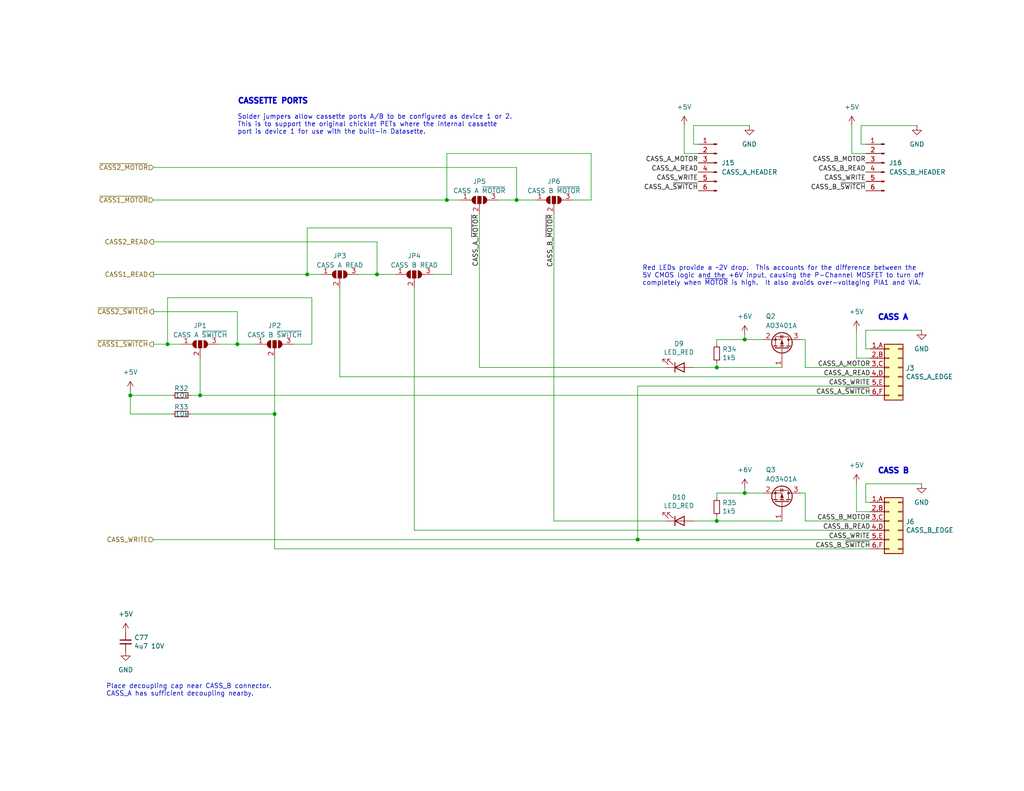
<source format=kicad_sch>
(kicad_sch (version 20231120) (generator "eeschema") (generator_version "8.0")
  (paper "A")
  (title_block (title "EconoPET 40/8096") (date "2023-10-01") (rev "A") (company "https://is.gd/6hpvh6") (comment 1 "Unspecified resistors are 1% / 62.5mW") (comment 2 "Unspecified capacitors are 25V") (comment 3 "Signals with B-prefix are level-shifted from 3V3 to 5V") (comment 4 "License: CC0 1.0 Universal (Public Domain Dedication)"))
  (lib_symbols
    (symbol "Connector:Conn_01x06_Pin" (pin_names (offset 1.016) hide)
      (property "Reference" "J" (at 0 7.62 0))
      (property "Value" "Conn_01x06_Pin" (at 0 -10.16 0))
      (symbol "Conn_01x06_Pin_1_1"
        (polyline (pts (xy 1.27 -7.62) (xy 0.8636 -7.62)) (stroke (width 0.1524)))
        (polyline (pts (xy 1.27 -5.08) (xy 0.8636 -5.08)) (stroke (width 0.1524)))
        (polyline (pts (xy 1.27 -2.54) (xy 0.8636 -2.54)) (stroke (width 0.1524)))
        (polyline (pts (xy 1.27 0) (xy 0.8636 0)) (stroke (width 0.1524)))
        (polyline (pts (xy 1.27 2.54) (xy 0.8636 2.54)) (stroke (width 0.1524)))
        (polyline (pts (xy 1.27 5.08) (xy 0.8636 5.08)) (stroke (width 0.1524)))
        (rectangle (start 0.8636 -7.493) (end 0 -7.747) (stroke (width 0.1524)) (fill (type outline)))
        (rectangle (start 0.8636 -4.953) (end 0 -5.207) (stroke (width 0.1524)) (fill (type outline)))
        (rectangle (start 0.8636 -2.413) (end 0 -2.667) (stroke (width 0.1524)) (fill (type outline)))
        (rectangle (start 0.8636 0.127) (end 0 -0.127) (stroke (width 0.1524)) (fill (type outline)))
        (rectangle (start 0.8636 2.667) (end 0 2.413) (stroke (width 0.1524)) (fill (type outline)))
        (rectangle (start 0.8636 5.207) (end 0 4.953) (stroke (width 0.1524)) (fill (type outline)))
        (pin passive line (at 5.08 5.08 180) (length 3.81) (name "Pin_1") (number "1"))
        (pin passive line (at 5.08 2.54 180) (length 3.81) (name "Pin_2") (number "2"))
        (pin passive line (at 5.08 0 180) (length 3.81) (name "Pin_3") (number "3"))
        (pin passive line (at 5.08 -2.54 180) (length 3.81) (name "Pin_4") (number "4"))
        (pin passive line (at 5.08 -5.08 180) (length 3.81) (name "Pin_5") (number "5"))
        (pin passive line (at 5.08 -7.62 180) (length 3.81) (name "Pin_6") (number "6"))
      )
    )
    (symbol "Device:C_Small" (pin_numbers hide) (pin_names (offset 0.254) hide)
      (property "Reference" "C" (at 0.254 1.778 0))
      (property "Value" "C_Small" (at 0.254 -2.032 0))
      (symbol "C_Small_0_1"
        (polyline (pts (xy -1.524 -0.508) (xy 1.524 -0.508)) (stroke (width 0.3302)))
        (polyline (pts (xy -1.524 0.508) (xy 1.524 0.508)) (stroke (width 0.3048)))
      )
      (symbol "C_Small_1_1"
        (pin passive line (at 0 2.54 270) (length 2.032) (name "~") (number "1"))
        (pin passive line (at 0 -2.54 90) (length 2.032) (name "~") (number "2"))
      )
    )
    (symbol "Device:LED" (pin_numbers hide) (pin_names (offset 1.016) hide)
      (property "Reference" "D" (at 0 2.54 0))
      (property "Value" "LED" (at 0 -2.54 0))
      (symbol "LED_0_1"
        (polyline (pts (xy -1.27 -1.27) (xy -1.27 1.27)) (stroke (width 0.254)))
        (polyline (pts (xy -1.27 0) (xy 1.27 0)))
        (polyline (pts (xy 1.27 -1.27) (xy 1.27 1.27) (xy -1.27 0) (xy 1.27 -1.27)) (stroke (width 0.254)))
        (polyline (pts (xy -3.048 -0.762) (xy -4.572 -2.286) (xy -3.81 -2.286) (xy -4.572 -2.286) (xy -4.572 -1.524)))
        (polyline (pts (xy -1.778 -0.762) (xy -3.302 -2.286) (xy -2.54 -2.286) (xy -3.302 -2.286) (xy -3.302 -1.524)))
      )
      (symbol "LED_1_1"
        (pin passive line (at -3.81 0 0) (length 2.54) (name "K") (number "1"))
        (pin passive line (at 3.81 0 180) (length 2.54) (name "A") (number "2"))
      )
    )
    (symbol "Device:R_Small" (pin_numbers hide) (pin_names (offset 0.254) hide)
      (property "Reference" "R" (at 0.762 0.508 0))
      (property "Value" "R_Small" (at 0.762 -1.016 0))
      (symbol "R_Small_0_1"
        (rectangle (start -0.762 1.778) (end 0.762 -1.778) (stroke (width 0.2032)))
      )
      (symbol "R_Small_1_1"
        (pin passive line (at 0 2.54 270) (length 0.762) (name "~") (number "1"))
        (pin passive line (at 0 -2.54 90) (length 0.762) (name "~") (number "2"))
      )
    )
    (symbol "EconoPET:CBM_PET_CASS_Conn_01x06_Card_Edge" (pin_names (offset 1.016) hide)
      (property "Reference" "J" (at 4.572 -0.2032 0))
      (property "Value" "CASS" (at 4.572 -2.5146 0))
      (symbol "CBM_PET_CASS_Conn_01x06_Card_Edge_1_1"
        (rectangle (start -1.27 -7.493) (end 0 -7.747) (stroke (width 0.1524)))
        (rectangle (start -1.27 -4.953) (end 0 -5.207) (stroke (width 0.1524)))
        (rectangle (start -1.27 -2.413) (end 0 -2.667) (stroke (width 0.1524)))
        (rectangle (start -1.27 0.127) (end 0 -0.127) (stroke (width 0.1524)))
        (rectangle (start -1.27 2.667) (end 0 2.413) (stroke (width 0.1524)))
        (rectangle (start -1.27 5.207) (end 0 4.953) (stroke (width 0.1524)))
        (rectangle (start -1.27 6.35) (end 3.81 -8.89) (stroke (width 0.254)) (fill (type background)))
        (rectangle (start 3.81 -7.493) (end 2.54 -7.747) (stroke (width 0.1524)))
        (rectangle (start 3.81 -4.953) (end 2.54 -5.207) (stroke (width 0.1524)))
        (rectangle (start 3.81 -2.413) (end 2.54 -2.667) (stroke (width 0.1524)))
        (rectangle (start 3.81 0.127) (end 2.54 -0.127) (stroke (width 0.1524)))
        (rectangle (start 3.81 2.667) (end 2.54 2.413) (stroke (width 0.1524)))
        (rectangle (start 3.81 5.207) (end 2.54 4.953) (stroke (width 0.1524)))
        (pin passive line (at -5.08 5.08 0) (length 3.81) (name "GND") (number "1,A"))
        (pin passive line (at -5.08 2.54 0) (length 3.81) (name "+5V") (number "2,B"))
        (pin passive line (at -5.08 0 0) (length 3.81) (name "MOTOR") (number "3,C"))
        (pin passive line (at -5.08 -2.54 0) (length 3.81) (name "READ") (number "4,D"))
        (pin passive line (at -5.08 -5.08 0) (length 3.81) (name "WRITE") (number "5,E"))
        (pin passive line (at -5.08 -7.62 0) (length 3.81) (name "SWITCH") (number "6,F"))
      )
    )
    (symbol "Jumper:SolderJumper_3_Open" (pin_names (offset 0) hide)
      (property "Reference" "JP" (at -2.54 -2.54 0))
      (property "Value" "SolderJumper_3_Open" (at 0 2.794 0))
      (symbol "SolderJumper_3_Open_0_1"
        (arc (start -1.016 1.016) (mid -2.0275 0) (end -1.016 -1.016))
        (arc (start -1.016 1.016) (mid -2.0275 0) (end -1.016 -1.016) (fill (type outline)))
        (rectangle (start -0.508 1.016) (end 0.508 -1.016) (fill (type outline)))
        (polyline (pts (xy -2.54 0) (xy -2.032 0)))
        (polyline (pts (xy -1.016 1.016) (xy -1.016 -1.016)))
        (polyline (pts (xy 0 -1.27) (xy 0 -1.016)))
        (polyline (pts (xy 1.016 1.016) (xy 1.016 -1.016)))
        (polyline (pts (xy 2.54 0) (xy 2.032 0)))
        (arc (start 1.016 -1.016) (mid 2.0275 0) (end 1.016 1.016))
        (arc (start 1.016 -1.016) (mid 2.0275 0) (end 1.016 1.016) (fill (type outline)))
      )
      (symbol "SolderJumper_3_Open_1_1"
        (pin passive line (at -5.08 0 0) (length 2.54) (name "A") (number "1"))
        (pin passive line (at 0 -3.81 90) (length 2.54) (name "C") (number "2"))
        (pin passive line (at 5.08 0 180) (length 2.54) (name "B") (number "3"))
      )
    )
    (symbol "SolderJumper_3_Open_1" (pin_names (offset 0) hide)
      (property "Reference" "JP" (at -2.54 -2.54 0))
      (property "Value" "SolderJumper_3_Open_1" (at 0 2.794 0))
      (symbol "SolderJumper_3_Open_1_0_1"
        (arc (start -1.016 1.016) (mid -2.0275 0) (end -1.016 -1.016))
        (arc (start -1.016 1.016) (mid -2.0275 0) (end -1.016 -1.016) (fill (type outline)))
        (rectangle (start -0.508 1.016) (end 0.508 -1.016) (fill (type outline)))
        (polyline (pts (xy -2.54 0) (xy -2.032 0)))
        (polyline (pts (xy -1.016 1.016) (xy -1.016 -1.016)))
        (polyline (pts (xy 0 -1.27) (xy 0 -1.016)))
        (polyline (pts (xy 1.016 1.016) (xy 1.016 -1.016)))
        (polyline (pts (xy 2.54 0) (xy 2.032 0)))
        (arc (start 1.016 -1.016) (mid 2.0275 0) (end 1.016 1.016))
        (arc (start 1.016 -1.016) (mid 2.0275 0) (end 1.016 1.016) (fill (type outline)))
      )
      (symbol "SolderJumper_3_Open_1_1_1"
        (pin passive line (at -5.08 0 0) (length 2.54) (name "A") (number "1"))
        (pin passive line (at 0 -3.81 90) (length 2.54) (name "C") (number "2"))
        (pin passive line (at 5.08 0 180) (length 2.54) (name "B") (number "3"))
      )
    )
    (symbol "SolderJumper_3_Open_2" (pin_names (offset 0) hide)
      (property "Reference" "JP" (at -2.54 -2.54 0))
      (property "Value" "SolderJumper_3_Open_2" (at 0 2.794 0))
      (symbol "SolderJumper_3_Open_2_0_1"
        (arc (start -1.016 1.016) (mid -2.0275 0) (end -1.016 -1.016))
        (arc (start -1.016 1.016) (mid -2.0275 0) (end -1.016 -1.016) (fill (type outline)))
        (rectangle (start -0.508 1.016) (end 0.508 -1.016) (fill (type outline)))
        (polyline (pts (xy -2.54 0) (xy -2.032 0)))
        (polyline (pts (xy -1.016 1.016) (xy -1.016 -1.016)))
        (polyline (pts (xy 0 -1.27) (xy 0 -1.016)))
        (polyline (pts (xy 1.016 1.016) (xy 1.016 -1.016)))
        (polyline (pts (xy 2.54 0) (xy 2.032 0)))
        (arc (start 1.016 -1.016) (mid 2.0275 0) (end 1.016 1.016))
        (arc (start 1.016 -1.016) (mid 2.0275 0) (end 1.016 1.016) (fill (type outline)))
      )
      (symbol "SolderJumper_3_Open_2_1_1"
        (pin passive line (at -5.08 0 0) (length 2.54) (name "A") (number "1"))
        (pin passive line (at 0 -3.81 90) (length 2.54) (name "C") (number "2"))
        (pin passive line (at 5.08 0 180) (length 2.54) (name "B") (number "3"))
      )
    )
    (symbol "SolderJumper_3_Open_3" (pin_names (offset 0) hide)
      (property "Reference" "JP" (at -2.54 -2.54 0))
      (property "Value" "SolderJumper_3_Open_3" (at 0 2.794 0))
      (symbol "SolderJumper_3_Open_3_0_1"
        (arc (start -1.016 1.016) (mid -2.0275 0) (end -1.016 -1.016))
        (arc (start -1.016 1.016) (mid -2.0275 0) (end -1.016 -1.016) (fill (type outline)))
        (rectangle (start -0.508 1.016) (end 0.508 -1.016) (fill (type outline)))
        (polyline (pts (xy -2.54 0) (xy -2.032 0)))
        (polyline (pts (xy -1.016 1.016) (xy -1.016 -1.016)))
        (polyline (pts (xy 0 -1.27) (xy 0 -1.016)))
        (polyline (pts (xy 1.016 1.016) (xy 1.016 -1.016)))
        (polyline (pts (xy 2.54 0) (xy 2.032 0)))
        (arc (start 1.016 -1.016) (mid 2.0275 0) (end 1.016 1.016))
        (arc (start 1.016 -1.016) (mid 2.0275 0) (end 1.016 1.016) (fill (type outline)))
      )
      (symbol "SolderJumper_3_Open_3_1_1"
        (pin passive line (at -5.08 0 0) (length 2.54) (name "A") (number "1"))
        (pin passive line (at 0 -3.81 90) (length 2.54) (name "C") (number "2"))
        (pin passive line (at 5.08 0 180) (length 2.54) (name "B") (number "3"))
      )
    )
    (symbol "SolderJumper_3_Open_4" (pin_names (offset 0) hide)
      (property "Reference" "JP" (at -2.54 -2.54 0))
      (property "Value" "SolderJumper_3_Open_4" (at 0 2.794 0))
      (symbol "SolderJumper_3_Open_4_0_1"
        (arc (start -1.016 1.016) (mid -2.0275 0) (end -1.016 -1.016))
        (arc (start -1.016 1.016) (mid -2.0275 0) (end -1.016 -1.016) (fill (type outline)))
        (rectangle (start -0.508 1.016) (end 0.508 -1.016) (fill (type outline)))
        (polyline (pts (xy -2.54 0) (xy -2.032 0)))
        (polyline (pts (xy -1.016 1.016) (xy -1.016 -1.016)))
        (polyline (pts (xy 0 -1.27) (xy 0 -1.016)))
        (polyline (pts (xy 1.016 1.016) (xy 1.016 -1.016)))
        (polyline (pts (xy 2.54 0) (xy 2.032 0)))
        (arc (start 1.016 -1.016) (mid 2.0275 0) (end 1.016 1.016))
        (arc (start 1.016 -1.016) (mid 2.0275 0) (end 1.016 1.016) (fill (type outline)))
      )
      (symbol "SolderJumper_3_Open_4_1_1"
        (pin passive line (at -5.08 0 0) (length 2.54) (name "A") (number "1"))
        (pin passive line (at 0 -3.81 90) (length 2.54) (name "C") (number "2"))
        (pin passive line (at 5.08 0 180) (length 2.54) (name "B") (number "3"))
      )
    )
    (symbol "SolderJumper_3_Open_5" (pin_names (offset 0) hide)
      (property "Reference" "JP" (at -2.54 -2.54 0))
      (property "Value" "SolderJumper_3_Open_5" (at 0 2.794 0))
      (symbol "SolderJumper_3_Open_5_0_1"
        (arc (start -1.016 1.016) (mid -2.0275 0) (end -1.016 -1.016))
        (arc (start -1.016 1.016) (mid -2.0275 0) (end -1.016 -1.016) (fill (type outline)))
        (rectangle (start -0.508 1.016) (end 0.508 -1.016) (fill (type outline)))
        (polyline (pts (xy -2.54 0) (xy -2.032 0)))
        (polyline (pts (xy -1.016 1.016) (xy -1.016 -1.016)))
        (polyline (pts (xy 0 -1.27) (xy 0 -1.016)))
        (polyline (pts (xy 1.016 1.016) (xy 1.016 -1.016)))
        (polyline (pts (xy 2.54 0) (xy 2.032 0)))
        (arc (start 1.016 -1.016) (mid 2.0275 0) (end 1.016 1.016))
        (arc (start 1.016 -1.016) (mid 2.0275 0) (end 1.016 1.016) (fill (type outline)))
      )
      (symbol "SolderJumper_3_Open_5_1_1"
        (pin passive line (at -5.08 0 0) (length 2.54) (name "A") (number "1"))
        (pin passive line (at 0 -3.81 90) (length 2.54) (name "C") (number "2"))
        (pin passive line (at 5.08 0 180) (length 2.54) (name "B") (number "3"))
      )
    )
    (symbol "Transistor_FET:AO3401A" (pin_names hide)
      (property "Reference" "Q" (at 5.08 1.905 0))
      (property "Value" "AO3401A" (at 5.08 0 0))
      (symbol "AO3401A_0_1"
        (polyline (pts (xy 0.254 0) (xy -2.54 0)))
        (polyline (pts (xy 0.254 1.905) (xy 0.254 -1.905)) (stroke (width 0.254)))
        (polyline (pts (xy 0.762 -1.27) (xy 0.762 -2.286)) (stroke (width 0.254)))
        (polyline (pts (xy 0.762 0.508) (xy 0.762 -0.508)) (stroke (width 0.254)))
        (polyline (pts (xy 0.762 2.286) (xy 0.762 1.27)) (stroke (width 0.254)))
        (polyline (pts (xy 2.54 2.54) (xy 2.54 1.778)))
        (polyline (pts (xy 2.54 -2.54) (xy 2.54 0) (xy 0.762 0)))
        (polyline (pts (xy 0.762 1.778) (xy 3.302 1.778) (xy 3.302 -1.778) (xy 0.762 -1.778)))
        (polyline (pts (xy 2.286 0) (xy 1.27 0.381) (xy 1.27 -0.381) (xy 2.286 0)) (fill (type outline)))
        (polyline (pts (xy 2.794 -0.508) (xy 2.921 -0.381) (xy 3.683 -0.381) (xy 3.81 -0.254)))
        (polyline (pts (xy 3.302 -0.381) (xy 2.921 0.254) (xy 3.683 0.254) (xy 3.302 -0.381)))
        (circle (center 1.651 0) (radius 2.794) (stroke (width 0.254)))
        (circle (center 2.54 -1.778) (radius 0.254) (fill (type outline)))
        (circle (center 2.54 1.778) (radius 0.254) (fill (type outline)))
      )
      (symbol "AO3401A_1_1"
        (pin input line (at -5.08 0 0) (length 2.54) (name "G") (number "1"))
        (pin passive line (at 2.54 -5.08 90) (length 2.54) (name "S") (number "2"))
        (pin passive line (at 2.54 5.08 270) (length 2.54) (name "D") (number "3"))
      )
    )
    (symbol "power:+5V" (power) (pin_numbers hide) (pin_names (offset 0) hide)
      (property "Value" "+5V" (at 0 3.556 0))
      (symbol "+5V_0_1"
        (polyline (pts (xy -0.762 1.27) (xy 0 2.54)))
        (polyline (pts (xy 0 0) (xy 0 2.54)))
        (polyline (pts (xy 0 2.54) (xy 0.762 1.27)))
      )
      (symbol "+5V_1_1"
        (pin power_in line (at 0 0 90) (length 0) (name "~") (number "1"))
      )
    )
    (symbol "power:+6V" (power) (pin_numbers hide) (pin_names (offset 0) hide)
      (property "Value" "+6V" (at 0 3.556 0))
      (symbol "+6V_0_1"
        (polyline (pts (xy -0.762 1.27) (xy 0 2.54)))
        (polyline (pts (xy 0 0) (xy 0 2.54)))
        (polyline (pts (xy 0 2.54) (xy 0.762 1.27)))
      )
      (symbol "+6V_1_1"
        (pin power_in line (at 0 0 90) (length 0) (name "~") (number "1"))
      )
    )
    (symbol "power:GND" (power) (pin_numbers hide) (pin_names (offset 0) hide)
      (property "Value" "GND" (at 0 -3.81 0))
      (symbol "GND_0_1"
        (polyline (pts (xy 0 0) (xy 0 -1.27) (xy 1.27 -1.27) (xy 0 -2.54) (xy -1.27 -1.27) (xy 0 -1.27)))
      )
      (symbol "GND_1_1"
        (pin power_in line (at 0 0 270) (length 0) (name "~") (number "1"))
      )
    )
  )
  (junction (at 74.93 113.03))
  (junction (at 203.2 92.71))
  (junction (at 35.56 107.95))
  (junction (at 45.72 93.98))
  (junction (at 102.87 74.93))
  (junction (at 203.2 134.62))
  (junction (at 195.58 100.33))
  (junction (at 64.77 93.98))
  (junction (at 195.58 142.24))
  (junction (at 121.92 54.61))
  (junction (at 83.82 74.93))
  (junction (at 173.99 147.32))
  (junction (at 54.61 107.95))
  (junction (at 140.97 54.61))
  (wire (pts (xy 130.81 100.33) (xy 181.61 100.33)))
  (wire (pts (xy 189.23 39.37) (xy 189.23 34.29)))
  (wire (pts (xy 123.19 62.23) (xy 123.19 74.93)))
  (wire (pts (xy 35.56 113.03) (xy 46.99 113.03)))
  (wire (pts (xy 237.49 137.16) (xy 236.22 137.16)))
  (wire (pts (xy 102.87 66.04) (xy 102.87 74.93)))
  (wire (pts (xy 195.58 134.62) (xy 203.2 134.62)))
  (wire (pts (xy 54.61 107.95) (xy 237.49 107.95)))
  (wire (pts (xy 186.69 41.91) (xy 186.69 34.29)))
  (wire (pts (xy 189.23 142.24) (xy 195.58 142.24)))
  (wire (pts (xy 219.71 134.62) (xy 219.71 142.24)))
  (wire (pts (xy 74.93 113.03) (xy 74.93 149.86)))
  (wire (pts (xy 45.72 93.98) (xy 45.72 81.28)))
  (wire (pts (xy 186.69 41.91) (xy 190.5 41.91)))
  (wire (pts (xy 54.61 97.79) (xy 54.61 107.95)))
  (wire (pts (xy 151.13 142.24) (xy 181.61 142.24)))
  (wire (pts (xy 45.72 93.98) (xy 49.53 93.98)))
  (wire (pts (xy 41.91 66.04) (xy 102.87 66.04)))
  (wire (pts (xy 236.22 95.25) (xy 236.22 90.17)))
  (wire (pts (xy 234.95 34.29) (xy 250.19 34.29)))
  (wire (pts (xy 236.22 132.08) (xy 251.46 132.08)))
  (wire (pts (xy 140.97 45.72) (xy 140.97 54.61)))
  (wire (pts (xy 59.69 93.98) (xy 64.77 93.98)))
  (wire (pts (xy 236.22 39.37) (xy 234.95 39.37)))
  (wire (pts (xy 97.79 74.93) (xy 102.87 74.93)))
  (wire (pts (xy 195.58 99.06) (xy 195.58 100.33)))
  (wire (pts (xy 203.2 133.35) (xy 203.2 134.62)))
  (wire (pts (xy 102.87 74.93) (xy 107.95 74.93)))
  (wire (pts (xy 85.09 81.28) (xy 85.09 93.98)))
  (wire (pts (xy 218.44 134.62) (xy 219.71 134.62)))
  (wire (pts (xy 236.22 137.16) (xy 236.22 132.08)))
  (wire (pts (xy 41.91 74.93) (xy 83.82 74.93)))
  (wire (pts (xy 92.71 78.74) (xy 92.71 102.87)))
  (wire (pts (xy 173.99 105.41) (xy 173.99 147.32)))
  (wire (pts (xy 173.99 147.32) (xy 237.49 147.32)))
  (wire (pts (xy 140.97 54.61) (xy 146.05 54.61)))
  (wire (pts (xy 219.71 100.33) (xy 237.49 100.33)))
  (wire (pts (xy 64.77 85.09) (xy 64.77 93.98)))
  (wire (pts (xy 41.91 45.72) (xy 140.97 45.72)))
  (wire (pts (xy 130.81 58.42) (xy 130.81 100.33)))
  (wire (pts (xy 85.09 93.98) (xy 80.01 93.98)))
  (wire (pts (xy 161.29 54.61) (xy 156.21 54.61)))
  (wire (pts (xy 190.5 39.37) (xy 189.23 39.37)))
  (wire (pts (xy 232.41 41.91) (xy 236.22 41.91)))
  (wire (pts (xy 74.93 149.86) (xy 237.49 149.86)))
  (wire (pts (xy 35.56 106.68) (xy 35.56 107.95)))
  (wire (pts (xy 195.58 100.33) (xy 213.36 100.33)))
  (wire (pts (xy 121.92 54.61) (xy 121.92 41.91)))
  (wire (pts (xy 233.68 97.79) (xy 237.49 97.79)))
  (wire (pts (xy 203.2 92.71) (xy 208.28 92.71)))
  (wire (pts (xy 237.49 95.25) (xy 236.22 95.25)))
  (wire (pts (xy 161.29 41.91) (xy 161.29 54.61)))
  (wire (pts (xy 189.23 34.29) (xy 204.47 34.29)))
  (wire (pts (xy 113.03 78.74) (xy 113.03 144.78)))
  (wire (pts (xy 41.91 85.09) (xy 64.77 85.09)))
  (wire (pts (xy 233.68 139.7) (xy 237.49 139.7)))
  (wire (pts (xy 233.68 97.79) (xy 233.68 90.17)))
  (wire (pts (xy 35.56 107.95) (xy 35.56 113.03)))
  (wire (pts (xy 219.71 142.24) (xy 237.49 142.24)))
  (wire (pts (xy 83.82 74.93) (xy 87.63 74.93)))
  (wire (pts (xy 195.58 92.71) (xy 203.2 92.71)))
  (wire (pts (xy 83.82 74.93) (xy 83.82 62.23)))
  (wire (pts (xy 195.58 142.24) (xy 213.36 142.24)))
  (wire (pts (xy 234.95 39.37) (xy 234.95 34.29)))
  (wire (pts (xy 195.58 134.62) (xy 195.58 135.89)))
  (wire (pts (xy 83.82 62.23) (xy 123.19 62.23)))
  (wire (pts (xy 123.19 74.93) (xy 118.11 74.93)))
  (wire (pts (xy 203.2 91.44) (xy 203.2 92.71)))
  (wire (pts (xy 74.93 97.79) (xy 74.93 113.03)))
  (wire (pts (xy 195.58 92.71) (xy 195.58 93.98)))
  (wire (pts (xy 121.92 54.61) (xy 125.73 54.61)))
  (wire (pts (xy 41.91 54.61) (xy 121.92 54.61)))
  (wire (pts (xy 236.22 90.17) (xy 251.46 90.17)))
  (wire (pts (xy 232.41 41.91) (xy 232.41 34.29)))
  (wire (pts (xy 219.71 92.71) (xy 219.71 100.33)))
  (wire (pts (xy 135.89 54.61) (xy 140.97 54.61)))
  (wire (pts (xy 195.58 140.97) (xy 195.58 142.24)))
  (wire (pts (xy 151.13 58.42) (xy 151.13 142.24)))
  (wire (pts (xy 64.77 93.98) (xy 69.85 93.98)))
  (wire (pts (xy 121.92 41.91) (xy 161.29 41.91)))
  (wire (pts (xy 218.44 92.71) (xy 219.71 92.71)))
  (wire (pts (xy 113.03 144.78) (xy 237.49 144.78)))
  (wire (pts (xy 52.07 113.03) (xy 74.93 113.03)))
  (wire (pts (xy 35.56 107.95) (xy 46.99 107.95)))
  (wire (pts (xy 233.68 139.7) (xy 233.68 132.08)))
  (wire (pts (xy 41.91 93.98) (xy 45.72 93.98)))
  (wire (pts (xy 92.71 102.87) (xy 237.49 102.87)))
  (wire (pts (xy 237.49 105.41) (xy 173.99 105.41)))
  (wire (pts (xy 45.72 81.28) (xy 85.09 81.28)))
  (wire (pts (xy 41.91 147.32) (xy 173.99 147.32)))
  (wire (pts (xy 203.2 134.62) (xy 208.28 134.62)))
  (wire (pts (xy 189.23 100.33) (xy 195.58 100.33)))
  (wire (pts (xy 52.07 107.95) (xy 54.61 107.95)))
  (text "Solder jumpers allow cassette ports A/B to be configured as device 1 or 2.\nThis is to support the original chicklet PETs where the internal cassette\nport is device 1 for use with the built-in Datasette.\n" (at 64.77 36.83 0) (effects (font (size 1.27 1.27)) (justify left bottom)))
  (text "CASS B" (at 239.395 129.54 0) (effects (font (size 1.5 1.5) (thickness 0.8) (bold yes)) (justify left bottom)))
  (text "Red LEDs provide a ~2V drop.  This accounts for the difference between the\n5V CMOS logic and the +6V input, causing the P-Channel MOSFET to turn off\ncompletely when ~{MOTOR} is high.  It also avoids over-voltaging PIA1 and VIA." (at 175.26 78.105 0) (effects (font (size 1.27 1.27)) (justify left bottom)))
  (text "CASS A" (at 239.395 87.63 0) (effects (font (size 1.5 1.5) (thickness 0.8) (bold yes)) (justify left bottom)))
  (text "Place decoupling cap near CASS_B connector.\nCASS_A has sufficient decoupling nearby. " (at 28.956 190.246 0) (effects (font (size 1.27 1.27)) (justify left bottom)))
  (text "CASSETTE PORTS" (at 64.77 28.575 0) (effects (font (size 1.5 1.5) (thickness 0.8) (bold yes)) (justify left bottom)))
  (label "CASS_B_~{MOTOR}" (at 151.13 58.42 270))
  (label "CASS_WRITE" (at 237.49 147.32 180))
  (label "CASS_B_MOTOR" (at 237.49 142.24 180))
  (label "CASS_WRITE" (at 190.5 49.53 180))
  (label "CASS_A_MOTOR" (at 237.49 100.33 180))
  (label "CASS_B_READ" (at 236.22 46.99 180))
  (label "CASS_A_~{MOTOR}" (at 130.81 58.42 270))
  (label "CASS_B_MOTOR" (at 236.22 44.45 180))
  (label "CASS_A_~{SWITCH}" (at 237.49 107.95 180))
  (label "CASS_A_~{SWITCH}" (at 190.5 52.07 180))
  (label "CASS_B_READ" (at 237.49 144.78 180))
  (label "CASS_A_READ" (at 190.5 46.99 180))
  (label "CASS_A_READ" (at 237.49 102.87 180))
  (label "CASS_B_~{SWITCH}" (at 237.49 149.86 180))
  (label "CASS_A_MOTOR" (at 190.5 44.45 180))
  (label "CASS_WRITE" (at 237.49 105.41 180))
  (label "CASS_WRITE" (at 236.22 49.53 180))
  (label "CASS_B_~{SWITCH}" (at 236.22 52.07 180))
  (hierarchical_label "CASS_WRITE" (shape input) (at 41.91 147.32 180))
  (hierarchical_label "~{CASS1_SWITCH}" (shape output) (at 41.91 93.98 180))
  (hierarchical_label "CASS2_READ" (shape output) (at 41.91 66.04 180))
  (hierarchical_label "~{CASS1_MOTOR}" (shape input) (at 41.91 54.61 180))
  (hierarchical_label "CASS1_READ" (shape output) (at 41.91 74.93 180))
  (hierarchical_label "~{CASS2_SWITCH}" (shape output) (at 41.91 85.09 180))
  (hierarchical_label "~{CASS2_MOTOR}" (shape input) (at 41.91 45.72 180))
  (symbol (lib_id "EconoPET:CBM_PET_CASS_Conn_01x06_Card_Edge") (at 242.57 142.24 0) (unit 1)
    (property "Reference" "J6" (at 247.142 142.4432 0) (effects (justify left)))
    (property "Value" "CASS_B_EDGE" (at 247.142 144.7546 0) (effects (justify left)))
    (property "Footprint" "EconoPET:CBM_PET_CASS_EDGE_CON_12P" (effects (hide yes)))
  )
  (symbol (lib_id "EconoPET:CBM_PET_CASS_Conn_01x06_Card_Edge") (at 242.57 100.33 0) (unit 1)
    (property "Reference" "J3" (at 247.142 100.5332 0) (effects (justify left)))
    (property "Value" "CASS_A_EDGE" (at 247.142 102.8446 0) (effects (justify left)))
    (property "Footprint" "EconoPET:CBM_PET_CASS_EDGE_CON_12P" (effects (hide yes)))
  )
  (symbol (lib_id "Device:R_Small") (at 49.53 107.95 90) (unit 1)
    (property "Reference" "R32" (at 51.435 106.045 90) (effects (justify left)))
    (property "Value" "10k" (at 51.435 107.95 90) (effects (justify left)))
    (property "Footprint" "Resistor_SMD:R_0402_1005Metric" (effects (hide yes)))
    (property "Datasheet" "https://jlcpcb.com/api/file/downloadByFileSystemAccessId/8556212101498380288" (effects (hide yes)))
    (property "LCSC" "C25744" (effects (hide yes)))
  )
  (symbol (lib_id "Transistor_FET:AO3401A") (at 213.36 95.25 270) (mirror x) (unit 1)
    (property "Reference" "Q2" (at 208.915 86.36 90) (effects (justify left)))
    (property "Value" "AO3401A" (at 208.915 88.9 90) (effects (justify left)))
    (property "Footprint" "EconoPET:SOT-23_L2.9-W1.3-P1.90-LS2.4-BR" (effects (hide yes)))
    (property "Datasheet" "https://jlcpcb.com/api/file/downloadByFileSystemAccessId/8553305450243108864" (effects (hide yes)))
    (property "Description" "-4.0A Id, -30V Vds, P-Channel MOSFET, SOT-23" (effects (hide yes)))
    (property "LCSC" "C15127" (effects (hide yes)))
  )
  (symbol (lib_id "Transistor_FET:AO3401A") (at 213.36 137.16 270) (mirror x) (unit 1)
    (property "Reference" "Q3" (at 208.915 128.27 90) (effects (justify left)))
    (property "Value" "AO3401A" (at 208.915 130.81 90) (effects (justify left)))
    (property "Footprint" "EconoPET:SOT-23_L2.9-W1.3-P1.90-LS2.4-BR" (effects (hide yes)))
    (property "Datasheet" "https://jlcpcb.com/api/file/downloadByFileSystemAccessId/8553305450243108864" (effects (hide yes)))
    (property "Description" "-4.0A Id, -30V Vds, P-Channel MOSFET, SOT-23" (effects (hide yes)))
    (property "LCSC" "C15127" (effects (hide yes)))
  )
  (symbol (lib_id "Connector:Conn_01x06_Pin") (at 195.58 44.45 0) (mirror y) (unit 1)
    (property "Reference" "J15" (at 196.85 44.4499 0) (effects (justify right)))
    (property "Value" "CASS_A_HEADER" (at 196.85 46.9899 0) (effects (justify right)))
    (property "Footprint" "Connector_PinHeader_2.54mm:PinHeader_1x06_P2.54mm_Vertical" (effects (hide yes)))
    (property "Description" "Generic connector, single row, 01x06, script generated" (effects (hide yes)))
    (property "MOUSER" "649-1012937891002BLF" (effects (hide yes)))
  )
  (symbol (lib_id "power:GND") (at 250.19 34.29 0) (unit 1)
    (property "Reference" "#PWR0132" (effects (hide yes)))
    (property "Value" "GND" (at 250.19 39.37 0))
    (property "Description" "Power symbol creates a global label with name \"GND\" , ground" (effects (hide yes)))
  )
  (symbol (lib_name "SolderJumper_3_Open_1") (lib_id "Jumper:SolderJumper_3_Open") (at 130.81 54.61 0) (unit 1)
    (property "Reference" "JP5" (at 130.81 49.53 0))
    (property "Value" "CASS A ~{MOTOR}" (at 130.81 52.07 0))
    (property "Footprint" "Jumper:SolderJumper-3_P1.3mm_Open_RoundedPad1.0x1.5mm" (effects (hide yes)))
  )
  (symbol (lib_id "power:+5V") (at 34.29 172.72 0) (unit 1)
    (property "Reference" "#PWR0122" (effects (hide yes)))
    (property "Value" "+5V" (at 34.29 167.64 0))
    (property "Description" "Power symbol creates a global label with name \"+5V\"" (effects (hide yes)))
  )
  (symbol (lib_id "Jumper:SolderJumper_3_Open") (at 54.61 93.98 0) (unit 1)
    (property "Reference" "JP1" (at 54.61 88.9 0))
    (property "Value" "CASS A ~{SWITCH}" (at 54.61 91.44 0))
    (property "Footprint" "Jumper:SolderJumper-3_P1.3mm_Open_RoundedPad1.0x1.5mm" (effects (hide yes)))
  )
  (symbol (lib_id "Device:R_Small") (at 195.58 96.52 0) (unit 1)
    (property "Reference" "R34" (at 197.0786 95.3516 0) (effects (justify left)))
    (property "Value" "1k5" (at 197.0786 97.663 0) (effects (justify left)))
    (property "Footprint" "Resistor_SMD:R_0402_1005Metric" (effects (hide yes)))
    (property "Datasheet" "https://www.lcsc.com/datasheet/lcsc_datasheet_2206010045_UNI-ROYAL-Uniroyal-Elec-0402WGF1501TCE_C25867.pdf" (effects (hide yes)))
    (property "LCSC" "C25867" (effects (hide yes)))
  )
  (symbol (lib_id "power:GND") (at 251.46 90.17 0) (unit 1)
    (property "Reference" "#PWR0133" (effects (hide yes)))
    (property "Value" "GND" (at 251.46 95.25 0))
    (property "Description" "Power symbol creates a global label with name \"GND\" , ground" (effects (hide yes)))
  )
  (symbol (lib_name "SolderJumper_3_Open_2") (lib_id "Jumper:SolderJumper_3_Open") (at 92.71 74.93 0) (unit 1)
    (property "Reference" "JP3" (at 92.71 69.85 0))
    (property "Value" "CASS A READ" (at 92.71 72.39 0))
    (property "Footprint" "Jumper:SolderJumper-3_P1.3mm_Open_RoundedPad1.0x1.5mm" (effects (hide yes)))
  )
  (symbol (lib_id "Device:C_Small") (at 34.29 175.26 0) (unit 1)
    (property "Reference" "C77" (at 36.6268 174.0916 0) (effects (justify left)))
    (property "Value" "4u7 10V" (at 36.6268 176.403 0) (effects (justify left)))
    (property "Footprint" "Capacitor_SMD:C_0402_1005Metric" (effects (hide yes)))
    (property "Datasheet" "https://product.samsungsem.com/mlcc/CL05A475MP5NRN.do" (effects (hide yes)))
    (property "LCSC" "C23733" (effects (hide yes)))
  )
  (symbol (lib_name "SolderJumper_3_Open_5") (lib_id "Jumper:SolderJumper_3_Open") (at 74.93 93.98 0) (unit 1)
    (property "Reference" "JP2" (at 74.93 88.9 0))
    (property "Value" "CASS B ~{SWITCH}" (at 74.93 91.44 0))
    (property "Footprint" "Jumper:SolderJumper-3_P1.3mm_Open_RoundedPad1.0x1.5mm" (effects (hide yes)))
  )
  (symbol (lib_id "power:+5V") (at 186.69 34.29 0) (unit 1)
    (property "Reference" "#PWR0125" (effects (hide yes)))
    (property "Value" "+5V" (at 186.69 29.21 0))
    (property "Description" "Power symbol creates a global label with name \"+5V\"" (effects (hide yes)))
  )
  (symbol (lib_id "power:GND") (at 251.46 132.08 0) (unit 1)
    (property "Reference" "#PWR0134" (effects (hide yes)))
    (property "Value" "GND" (at 251.46 137.16 0))
    (property "Description" "Power symbol creates a global label with name \"GND\" , ground" (effects (hide yes)))
  )
  (symbol (lib_id "power:+5V") (at 233.68 132.08 0) (unit 1)
    (property "Reference" "#PWR0131" (effects (hide yes)))
    (property "Value" "+5V" (at 233.68 127 0))
    (property "Description" "Power symbol creates a global label with name \"+5V\"" (effects (hide yes)))
  )
  (symbol (lib_id "power:+5V") (at 232.41 34.29 0) (unit 1)
    (property "Reference" "#PWR0129" (effects (hide yes)))
    (property "Value" "+5V" (at 232.41 29.21 0))
    (property "Description" "Power symbol creates a global label with name \"+5V\"" (effects (hide yes)))
  )
  (symbol (lib_id "Device:LED") (at 185.42 100.33 0) (mirror x) (unit 1)
    (property "Reference" "D9" (at 185.2422 93.853 0))
    (property "Value" "LED_RED" (at 185.2422 96.1644 0))
    (property "Footprint" "LED_SMD:LED_0603_1608Metric" (effects (hide yes)))
    (property "Datasheet" "https://jlcpcb.com/api/file/downloadByFileSystemAccessId/8550723991833485312" (effects (hide yes)))
    (property "LCSC" "C2286" (effects (hide yes)))
  )
  (symbol (lib_id "Connector:Conn_01x06_Pin") (at 241.3 44.45 0) (mirror y) (unit 1)
    (property "Reference" "J16" (at 242.57 44.4499 0) (effects (justify right)))
    (property "Value" "CASS_B_HEADER" (at 242.57 46.9899 0) (effects (justify right)))
    (property "Footprint" "Connector_PinHeader_2.54mm:PinHeader_1x06_P2.54mm_Vertical" (effects (hide yes)))
    (property "Description" "Generic connector, single row, 01x06, script generated" (effects (hide yes)))
    (property "MOUSER" "649-1012937891002BLF" (effects (hide yes)))
  )
  (symbol (lib_id "power:GND") (at 34.29 177.8 0) (unit 1)
    (property "Reference" "#PWR0123" (effects (hide yes)))
    (property "Value" "GND" (at 34.29 182.88 0))
    (property "Description" "Power symbol creates a global label with name \"GND\" , ground" (effects (hide yes)))
  )
  (symbol (lib_id "Device:R_Small") (at 195.58 138.43 0) (unit 1)
    (property "Reference" "R35" (at 197.0786 137.2616 0) (effects (justify left)))
    (property "Value" "1k5" (at 197.0786 139.573 0) (effects (justify left)))
    (property "Footprint" "Resistor_SMD:R_0402_1005Metric" (effects (hide yes)))
    (property "Datasheet" "https://www.lcsc.com/datasheet/lcsc_datasheet_2206010045_UNI-ROYAL-Uniroyal-Elec-0402WGF1501TCE_C25867.pdf" (effects (hide yes)))
    (property "LCSC" "C25867" (effects (hide yes)))
  )
  (symbol (lib_id "Device:LED") (at 185.42 142.24 0) (mirror x) (unit 1)
    (property "Reference" "D10" (at 185.2422 135.763 0))
    (property "Value" "LED_RED" (at 185.2422 138.0744 0))
    (property "Footprint" "LED_SMD:LED_0603_1608Metric" (effects (hide yes)))
    (property "Datasheet" "https://jlcpcb.com/api/file/downloadByFileSystemAccessId/8550723991833485312" (effects (hide yes)))
    (property "LCSC" "C2286" (effects (hide yes)))
  )
  (symbol (lib_id "power:+6V") (at 203.2 133.35 0) (unit 1)
    (property "Reference" "#PWR0127" (effects (hide yes)))
    (property "Value" "+6V" (at 203.2 128.27 0))
    (property "Description" "Power symbol creates a global label with name \"+6V\"" (effects (hide yes)))
  )
  (symbol (lib_id "power:GND") (at 204.47 34.29 0) (unit 1)
    (property "Reference" "#PWR0128" (effects (hide yes)))
    (property "Value" "GND" (at 204.47 39.37 0))
    (property "Description" "Power symbol creates a global label with name \"GND\" , ground" (effects (hide yes)))
  )
  (symbol (lib_id "power:+6V") (at 203.2 91.44 0) (unit 1)
    (property "Reference" "#PWR0126" (effects (hide yes)))
    (property "Value" "+6V" (at 203.2 86.36 0))
    (property "Description" "Power symbol creates a global label with name \"+6V\"" (effects (hide yes)))
  )
  (symbol (lib_id "power:+5V") (at 233.68 90.17 0) (unit 1)
    (property "Reference" "#PWR0130" (effects (hide yes)))
    (property "Value" "+5V" (at 233.68 85.09 0))
    (property "Description" "Power symbol creates a global label with name \"+5V\"" (effects (hide yes)))
  )
  (symbol (lib_name "SolderJumper_3_Open_3") (lib_id "Jumper:SolderJumper_3_Open") (at 151.13 54.61 0) (unit 1)
    (property "Reference" "JP6" (at 151.13 49.53 0))
    (property "Value" "CASS B ~{MOTOR}" (at 151.13 52.07 0))
    (property "Footprint" "Jumper:SolderJumper-3_P1.3mm_Open_RoundedPad1.0x1.5mm" (effects (hide yes)))
  )
  (symbol (lib_id "power:+5V") (at 35.56 106.68 0) (unit 1)
    (property "Reference" "#PWR0124" (effects (hide yes)))
    (property "Value" "+5V" (at 35.56 101.6 0))
    (property "Description" "Power symbol creates a global label with name \"+5V\"" (effects (hide yes)))
  )
  (symbol (lib_id "Device:R_Small") (at 49.53 113.03 90) (unit 1)
    (property "Reference" "R33" (at 51.435 111.125 90) (effects (justify left)))
    (property "Value" "10k" (at 51.435 113.03 90) (effects (justify left)))
    (property "Footprint" "Resistor_SMD:R_0402_1005Metric" (effects (hide yes)))
    (property "Datasheet" "https://jlcpcb.com/api/file/downloadByFileSystemAccessId/8556212101498380288" (effects (hide yes)))
    (property "LCSC" "C25744" (effects (hide yes)))
  )
  (symbol (lib_name "SolderJumper_3_Open_4") (lib_id "Jumper:SolderJumper_3_Open") (at 113.03 74.93 0) (unit 1)
    (property "Reference" "JP4" (at 113.03 69.85 0))
    (property "Value" "CASS B READ" (at 113.03 72.39 0))
    (property "Footprint" "Jumper:SolderJumper-3_P1.3mm_Open_RoundedPad1.0x1.5mm" (effects (hide yes)))
  )
)
</source>
